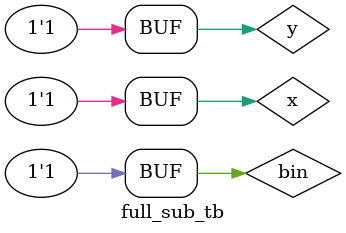
<source format=v>
module full_sub_tb;
  reg x,y,bin;
  wire br,d;
  full_sub g1(
    x,y,bin,br,d
  );


  initial begin
    x=0; y=0; bin=0;
    #10; x=0; y=0; bin=1;
    #10; x=0; y=1; bin=0;
    #10; x=0; y=1; bin=1;
    #10; x=1; y=0; bin=0;
    #10; x=1; y=0; bin=1;
    #10; x=1; y=1; bin=0;
    #10; x=1; y=1; bin=1;
  end
  initial begin
    $monitor("t=%t,x=%0b,y=%0b,bin=%ob,br=%ob,d=%0b",$time,x,y,bin,br,d);
    $dumpfile("full.vcd");
    $dumpvars(1);
              end
              endmodule
</source>
